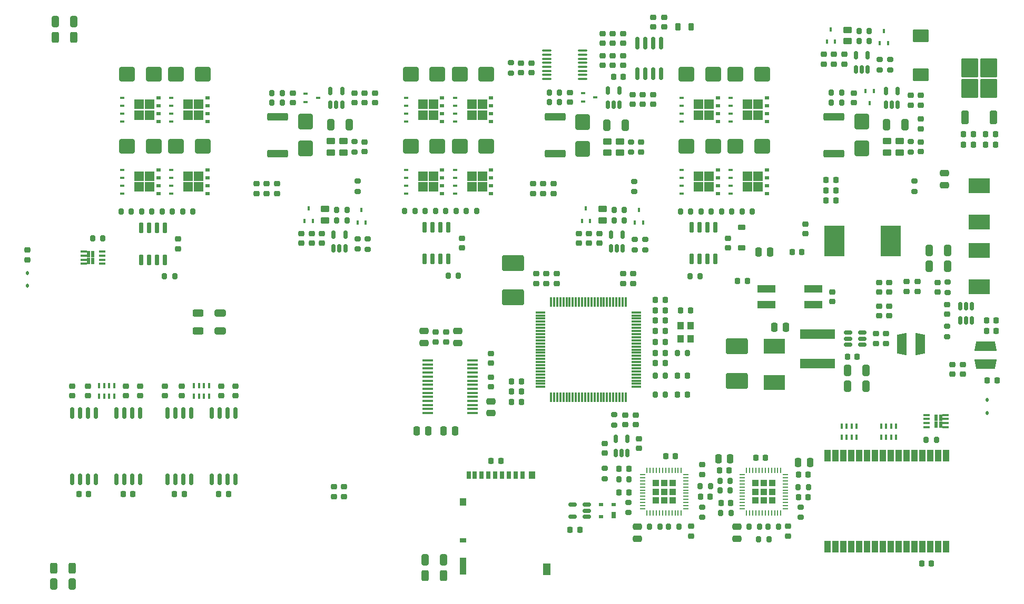
<source format=gtp>
%TF.GenerationSoftware,KiCad,Pcbnew,7.0.1*%
%TF.CreationDate,2023-11-30T10:22:41+01:00*%
%TF.ProjectId,current3x3A_Artiq,63757272-656e-4743-9378-33415f417274,rev?*%
%TF.SameCoordinates,Original*%
%TF.FileFunction,Paste,Top*%
%TF.FilePolarity,Positive*%
%FSLAX46Y46*%
G04 Gerber Fmt 4.6, Leading zero omitted, Abs format (unit mm)*
G04 Created by KiCad (PCBNEW 7.0.1) date 2023-11-30 10:22:41*
%MOMM*%
%LPD*%
G01*
G04 APERTURE LIST*
G04 Aperture macros list*
%AMRoundRect*
0 Rectangle with rounded corners*
0 $1 Rounding radius*
0 $2 $3 $4 $5 $6 $7 $8 $9 X,Y pos of 4 corners*
0 Add a 4 corners polygon primitive as box body*
4,1,4,$2,$3,$4,$5,$6,$7,$8,$9,$2,$3,0*
0 Add four circle primitives for the rounded corners*
1,1,$1+$1,$2,$3*
1,1,$1+$1,$4,$5*
1,1,$1+$1,$6,$7*
1,1,$1+$1,$8,$9*
0 Add four rect primitives between the rounded corners*
20,1,$1+$1,$2,$3,$4,$5,0*
20,1,$1+$1,$4,$5,$6,$7,0*
20,1,$1+$1,$6,$7,$8,$9,0*
20,1,$1+$1,$8,$9,$2,$3,0*%
%AMOutline4P*
0 Free polygon, 4 corners , with rotation*
0 The origin of the aperture is its center*
0 number of corners: always 4*
0 $1 to $8 corner X, Y*
0 $9 Rotation angle, in degrees counterclockwise*
0 create outline with 4 corners*
4,1,4,$1,$2,$3,$4,$5,$6,$7,$8,$1,$2,$9*%
G04 Aperture macros list end*
%ADD10RoundRect,0.225000X0.250000X-0.225000X0.250000X0.225000X-0.250000X0.225000X-0.250000X-0.225000X0*%
%ADD11RoundRect,0.150000X-0.150000X0.750000X-0.150000X-0.750000X0.150000X-0.750000X0.150000X0.750000X0*%
%ADD12RoundRect,0.200000X0.200000X0.275000X-0.200000X0.275000X-0.200000X-0.275000X0.200000X-0.275000X0*%
%ADD13RoundRect,0.218750X0.256250X-0.218750X0.256250X0.218750X-0.256250X0.218750X-0.256250X-0.218750X0*%
%ADD14RoundRect,0.225000X-0.250000X0.225000X-0.250000X-0.225000X0.250000X-0.225000X0.250000X0.225000X0*%
%ADD15RoundRect,0.150000X0.150000X-0.512500X0.150000X0.512500X-0.150000X0.512500X-0.150000X-0.512500X0*%
%ADD16R,3.175000X4.950000*%
%ADD17RoundRect,0.200000X0.275000X-0.200000X0.275000X0.200000X-0.275000X0.200000X-0.275000X-0.200000X0*%
%ADD18RoundRect,0.218750X-0.218750X-0.256250X0.218750X-0.256250X0.218750X0.256250X-0.218750X0.256250X0*%
%ADD19RoundRect,0.225000X-0.225000X-0.250000X0.225000X-0.250000X0.225000X0.250000X-0.225000X0.250000X0*%
%ADD20R,3.429000X2.413000*%
%ADD21RoundRect,0.250000X-0.900000X1.000000X-0.900000X-1.000000X0.900000X-1.000000X0.900000X1.000000X0*%
%ADD22R,3.000000X1.200000*%
%ADD23RoundRect,0.250000X-0.325000X-0.650000X0.325000X-0.650000X0.325000X0.650000X-0.325000X0.650000X0*%
%ADD24RoundRect,0.150000X0.150000X-0.725000X0.150000X0.725000X-0.150000X0.725000X-0.150000X-0.725000X0*%
%ADD25RoundRect,0.250000X0.475000X-0.250000X0.475000X0.250000X-0.475000X0.250000X-0.475000X-0.250000X0*%
%ADD26RoundRect,0.225000X0.225000X0.250000X-0.225000X0.250000X-0.225000X-0.250000X0.225000X-0.250000X0*%
%ADD27RoundRect,0.200000X-0.200000X-0.275000X0.200000X-0.275000X0.200000X0.275000X-0.200000X0.275000X0*%
%ADD28RoundRect,0.112500X-0.112500X0.187500X-0.112500X-0.187500X0.112500X-0.187500X0.112500X0.187500X0*%
%ADD29RoundRect,0.250000X-0.312500X-0.625000X0.312500X-0.625000X0.312500X0.625000X-0.312500X0.625000X0*%
%ADD30R,1.750000X0.450000*%
%ADD31RoundRect,0.225000X-0.375000X0.225000X-0.375000X-0.225000X0.375000X-0.225000X0.375000X0.225000X0*%
%ADD32RoundRect,0.250000X0.325000X0.650000X-0.325000X0.650000X-0.325000X-0.650000X0.325000X-0.650000X0*%
%ADD33RoundRect,0.250000X0.300000X-0.300000X0.300000X0.300000X-0.300000X0.300000X-0.300000X-0.300000X0*%
%ADD34RoundRect,0.062500X0.062500X-0.375000X0.062500X0.375000X-0.062500X0.375000X-0.062500X-0.375000X0*%
%ADD35RoundRect,0.062500X0.375000X-0.062500X0.375000X0.062500X-0.375000X0.062500X-0.375000X-0.062500X0*%
%ADD36RoundRect,0.200000X-0.275000X0.200000X-0.275000X-0.200000X0.275000X-0.200000X0.275000X0.200000X0*%
%ADD37RoundRect,0.250000X1.425000X-0.362500X1.425000X0.362500X-1.425000X0.362500X-1.425000X-0.362500X0*%
%ADD38RoundRect,0.250000X0.250000X0.475000X-0.250000X0.475000X-0.250000X-0.475000X0.250000X-0.475000X0*%
%ADD39RoundRect,0.250000X-0.450000X0.262500X-0.450000X-0.262500X0.450000X-0.262500X0.450000X0.262500X0*%
%ADD40RoundRect,0.100000X0.637500X0.100000X-0.637500X0.100000X-0.637500X-0.100000X0.637500X-0.100000X0*%
%ADD41RoundRect,0.250000X-0.475000X0.250000X-0.475000X-0.250000X0.475000X-0.250000X0.475000X0.250000X0*%
%ADD42R,1.500000X1.500000*%
%ADD43R,0.750000X0.500000*%
%ADD44R,0.750000X0.400000*%
%ADD45RoundRect,0.250000X0.650000X-0.325000X0.650000X0.325000X-0.650000X0.325000X-0.650000X-0.325000X0*%
%ADD46RoundRect,0.250000X1.000000X0.900000X-1.000000X0.900000X-1.000000X-0.900000X1.000000X-0.900000X0*%
%ADD47Outline4P,-1.500000X-0.725000X1.500000X-0.725000X1.800000X0.725000X-1.800000X0.725000X270.000000*%
%ADD48Outline4P,-1.800000X-0.725000X1.800000X-0.725000X1.500000X0.725000X-1.500000X0.725000X270.000000*%
%ADD49RoundRect,0.250000X0.625000X-0.312500X0.625000X0.312500X-0.625000X0.312500X-0.625000X-0.312500X0*%
%ADD50R,0.450000X0.700000*%
%ADD51RoundRect,0.250000X-0.250000X-0.475000X0.250000X-0.475000X0.250000X0.475000X-0.250000X0.475000X0*%
%ADD52R,0.700000X1.000000*%
%ADD53R,0.700000X0.600000*%
%ADD54R,0.700000X1.200000*%
%ADD55R,1.000000X0.800000*%
%ADD56R,1.000000X1.200000*%
%ADD57R,1.000000X2.800000*%
%ADD58R,1.300000X1.900000*%
%ADD59R,1.066800X1.879600*%
%ADD60R,0.400000X0.900000*%
%ADD61RoundRect,0.150000X0.512500X0.150000X-0.512500X0.150000X-0.512500X-0.150000X0.512500X-0.150000X0*%
%ADD62RoundRect,0.250000X-1.025000X0.787500X-1.025000X-0.787500X1.025000X-0.787500X1.025000X0.787500X0*%
%ADD63RoundRect,0.249999X1.500001X-1.025001X1.500001X1.025001X-1.500001X1.025001X-1.500001X-1.025001X0*%
%ADD64RoundRect,0.150000X-0.150000X0.825000X-0.150000X-0.825000X0.150000X-0.825000X0.150000X0.825000X0*%
%ADD65RoundRect,0.250000X0.450000X-0.262500X0.450000X0.262500X-0.450000X0.262500X-0.450000X-0.262500X0*%
%ADD66RoundRect,0.218750X0.218750X0.381250X-0.218750X0.381250X-0.218750X-0.381250X0.218750X-0.381250X0*%
%ADD67R,0.600000X1.000000*%
%ADD68R,1.000000X0.420000*%
%ADD69R,0.990000X0.420000*%
%ADD70RoundRect,0.075000X0.725000X0.075000X-0.725000X0.075000X-0.725000X-0.075000X0.725000X-0.075000X0*%
%ADD71RoundRect,0.075000X0.075000X0.725000X-0.075000X0.725000X-0.075000X-0.725000X0.075000X-0.725000X0*%
%ADD72R,0.700000X0.450000*%
%ADD73R,1.100000X1.300000*%
%ADD74RoundRect,0.250000X0.350000X-0.850000X0.350000X0.850000X-0.350000X0.850000X-0.350000X-0.850000X0*%
%ADD75RoundRect,0.250000X1.125000X-1.275000X1.125000X1.275000X-1.125000X1.275000X-1.125000X-1.275000X0*%
%ADD76Outline4P,-1.500000X-0.725000X1.500000X-0.725000X1.800000X0.725000X-1.800000X0.725000X180.000000*%
%ADD77Outline4P,-1.800000X-0.725000X1.800000X-0.725000X1.500000X0.725000X-1.500000X0.725000X180.000000*%
%ADD78R,5.700000X1.600000*%
%ADD79RoundRect,0.218750X-0.256250X0.218750X-0.256250X-0.218750X0.256250X-0.218750X0.256250X0.218750X0*%
%ADD80RoundRect,0.249999X-1.500001X1.025001X-1.500001X-1.025001X1.500001X-1.025001X1.500001X1.025001X0*%
G04 APERTURE END LIST*
D10*
%TO.C,C93*%
X111760000Y-77610000D03*
X111760000Y-76060000D03*
%TD*%
%TO.C,C121*%
X103886000Y-18047000D03*
X103886000Y-16497000D03*
%TD*%
%TO.C,C4*%
X68961000Y-56274000D03*
X68961000Y-54724000D03*
%TD*%
D11*
%TO.C,U29*%
X14276000Y-67739000D03*
X13006000Y-67739000D03*
X11736000Y-67739000D03*
X10466000Y-67739000D03*
X10466000Y-78389000D03*
X11736000Y-78389000D03*
X13006000Y-78389000D03*
X14276000Y-78389000D03*
%TD*%
D12*
%TO.C,R35*%
X23304000Y-35306000D03*
X21654000Y-35306000D03*
%TD*%
D13*
%TO.C,D32*%
X34469000Y-64961500D03*
X34469000Y-63386500D03*
%TD*%
D14*
%TO.C,C23*%
X84328000Y-11417000D03*
X84328000Y-12967000D03*
%TD*%
D15*
%TO.C,U27*%
X141290000Y-18155500D03*
X142240000Y-18155500D03*
X143190000Y-18155500D03*
X143190000Y-15880500D03*
X141290000Y-15880500D03*
%TD*%
D16*
%TO.C,L9*%
X142048500Y-40005000D03*
X133033500Y-40005000D03*
%TD*%
D10*
%TO.C,C13*%
X103889000Y-5601000D03*
X103889000Y-4051000D03*
%TD*%
D17*
%TO.C,R55*%
X100838000Y-32117000D03*
X100838000Y-30467000D03*
%TD*%
D18*
%TO.C,L2*%
X104241500Y-51181000D03*
X105816500Y-51181000D03*
%TD*%
D14*
%TO.C,C146*%
X95250000Y-38849000D03*
X95250000Y-40399000D03*
%TD*%
D19*
%TO.C,C99*%
X111493000Y-81153000D03*
X113043000Y-81153000D03*
%TD*%
D15*
%TO.C,U8*%
X97856000Y-74162500D03*
X98806000Y-74162500D03*
X99756000Y-74162500D03*
X99756000Y-71887500D03*
X97856000Y-71887500D03*
%TD*%
D20*
%TO.C,L11*%
X156337000Y-31115000D03*
X156337000Y-36957000D03*
%TD*%
D12*
%TO.C,R63*%
X99250000Y-35052000D03*
X97600000Y-35052000D03*
%TD*%
D21*
%TO.C,D19*%
X92583000Y-20887000D03*
X92583000Y-25187000D03*
%TD*%
D22*
%TO.C,L3*%
X129607000Y-50272000D03*
X129607000Y-47772000D03*
X122107000Y-47772000D03*
X122107000Y-50272000D03*
%TD*%
D14*
%TO.C,C33*%
X88392000Y-45326000D03*
X88392000Y-46876000D03*
%TD*%
D17*
%TO.C,R73*%
X145923000Y-32067000D03*
X145923000Y-30417000D03*
%TD*%
D11*
%TO.C,U32*%
X29643000Y-67739000D03*
X28373000Y-67739000D03*
X27103000Y-67739000D03*
X25833000Y-67739000D03*
X25833000Y-78389000D03*
X27103000Y-78389000D03*
X28373000Y-78389000D03*
X29643000Y-78389000D03*
%TD*%
D10*
%TO.C,C83*%
X140175000Y-52106000D03*
X140175000Y-50556000D03*
%TD*%
D19*
%TO.C,C94*%
X127241000Y-81280000D03*
X128791000Y-81280000D03*
%TD*%
D14*
%TO.C,C70*%
X149606000Y-46723000D03*
X149606000Y-48273000D03*
%TD*%
D10*
%TO.C,C54*%
X144653000Y-48146000D03*
X144653000Y-46596000D03*
%TD*%
D23*
%TO.C,C1*%
X7796000Y-4699000D03*
X10746000Y-4699000D03*
%TD*%
D24*
%TO.C,U17*%
X21590000Y-43088000D03*
X22860000Y-43088000D03*
X24130000Y-43088000D03*
X25400000Y-43088000D03*
X25400000Y-37938000D03*
X24130000Y-37938000D03*
X22860000Y-37938000D03*
X21590000Y-37938000D03*
%TD*%
D25*
%TO.C,C3*%
X67056000Y-56449000D03*
X67056000Y-54549000D03*
%TD*%
D19*
%TO.C,C61*%
X157467000Y-52832000D03*
X159017000Y-52832000D03*
%TD*%
D12*
%TO.C,R53*%
X68897000Y-35179000D03*
X67247000Y-35179000D03*
%TD*%
D19*
%TO.C,C30*%
X108318000Y-51181000D03*
X109868000Y-51181000D03*
%TD*%
D26*
%TO.C,C138*%
X133236000Y-30226000D03*
X131686000Y-30226000D03*
%TD*%
D27*
%TO.C,R83*%
X136970000Y-7874000D03*
X138620000Y-7874000D03*
%TD*%
%TO.C,R65*%
X97600000Y-36703000D03*
X99250000Y-36703000D03*
%TD*%
D18*
%TO.C,L6*%
X157581500Y-62484000D03*
X159156500Y-62484000D03*
%TD*%
D19*
%TO.C,C18*%
X97526000Y-13656000D03*
X99076000Y-13656000D03*
%TD*%
D28*
%TO.C,D2*%
X157607000Y-65625000D03*
X157607000Y-67725000D03*
%TD*%
D29*
%TO.C,R1*%
X7808500Y-7239000D03*
X10733500Y-7239000D03*
%TD*%
D30*
%TO.C,U2*%
X74847000Y-67725000D03*
X74847000Y-67075000D03*
X74847000Y-66425000D03*
X74847000Y-65775000D03*
X74847000Y-65125000D03*
X74847000Y-64475000D03*
X74847000Y-63825000D03*
X74847000Y-63175000D03*
X74847000Y-62525000D03*
X74847000Y-61875000D03*
X74847000Y-61225000D03*
X74847000Y-60575000D03*
X74847000Y-59925000D03*
X74847000Y-59275000D03*
X67647000Y-59275000D03*
X67647000Y-59925000D03*
X67647000Y-60575000D03*
X67647000Y-61225000D03*
X67647000Y-61875000D03*
X67647000Y-62525000D03*
X67647000Y-63175000D03*
X67647000Y-63825000D03*
X67647000Y-64475000D03*
X67647000Y-65125000D03*
X67647000Y-65775000D03*
X67647000Y-66425000D03*
X67647000Y-67075000D03*
X67647000Y-67725000D03*
%TD*%
D17*
%TO.C,R38*%
X55880000Y-25717000D03*
X55880000Y-24067000D03*
%TD*%
D26*
%TO.C,C50*%
X79388000Y-75438000D03*
X77838000Y-75438000D03*
%TD*%
D14*
%TO.C,C22*%
X97412000Y-10214000D03*
X97412000Y-11764000D03*
%TD*%
D31*
%TO.C,D3*%
X118110000Y-37847000D03*
X118110000Y-41147000D03*
%TD*%
D17*
%TO.C,R46*%
X56388000Y-41338000D03*
X56388000Y-39688000D03*
%TD*%
D13*
%TO.C,D34*%
X19102000Y-64961500D03*
X19102000Y-63386500D03*
%TD*%
D23*
%TO.C,C124*%
X96442000Y-21386000D03*
X99392000Y-21386000D03*
%TD*%
D32*
%TO.C,C76*%
X151208000Y-44069000D03*
X148258000Y-44069000D03*
%TD*%
D12*
%TO.C,R67*%
X111442000Y-45720000D03*
X109792000Y-45720000D03*
%TD*%
D14*
%TO.C,C56*%
X152019000Y-59944000D03*
X152019000Y-61494000D03*
%TD*%
D33*
%TO.C,U15*%
X104294000Y-81761000D03*
X105664000Y-81761000D03*
X107034000Y-81761000D03*
X104294000Y-80391000D03*
X105664000Y-80391000D03*
X107034000Y-80391000D03*
X104294000Y-79021000D03*
X105664000Y-79021000D03*
X107034000Y-79021000D03*
D34*
X102914000Y-83828500D03*
X103414000Y-83828500D03*
X103914000Y-83828500D03*
X104414000Y-83828500D03*
X104914000Y-83828500D03*
X105414000Y-83828500D03*
X105914000Y-83828500D03*
X106414000Y-83828500D03*
X106914000Y-83828500D03*
X107414000Y-83828500D03*
X107914000Y-83828500D03*
X108414000Y-83828500D03*
D35*
X109101500Y-83141000D03*
X109101500Y-82641000D03*
X109101500Y-82141000D03*
X109101500Y-81641000D03*
X109101500Y-81141000D03*
X109101500Y-80641000D03*
X109101500Y-80141000D03*
X109101500Y-79641000D03*
X109101500Y-79141000D03*
X109101500Y-78641000D03*
X109101500Y-78141000D03*
X109101500Y-77641000D03*
D34*
X108414000Y-76953500D03*
X107914000Y-76953500D03*
X107414000Y-76953500D03*
X106914000Y-76953500D03*
X106414000Y-76953500D03*
X105914000Y-76953500D03*
X105414000Y-76953500D03*
X104914000Y-76953500D03*
X104414000Y-76953500D03*
X103914000Y-76953500D03*
X103414000Y-76953500D03*
X102914000Y-76953500D03*
D35*
X102226500Y-77641000D03*
X102226500Y-78141000D03*
X102226500Y-78641000D03*
X102226500Y-79141000D03*
X102226500Y-79641000D03*
X102226500Y-80141000D03*
X102226500Y-80641000D03*
X102226500Y-81141000D03*
X102226500Y-81641000D03*
X102226500Y-82141000D03*
X102226500Y-82641000D03*
X102226500Y-83141000D03*
%TD*%
D26*
%TO.C,C52*%
X148603000Y-91948000D03*
X147053000Y-91948000D03*
%TD*%
D12*
%TO.C,R23*%
X124015000Y-85979000D03*
X122365000Y-85979000D03*
%TD*%
D14*
%TO.C,C111*%
X45974000Y-16243000D03*
X45974000Y-17793000D03*
%TD*%
D36*
%TO.C,R10*%
X97663000Y-68009000D03*
X97663000Y-69659000D03*
%TD*%
D19*
%TO.C,C66*%
X153784000Y-24511000D03*
X155334000Y-24511000D03*
%TD*%
D12*
%TO.C,R18*%
X122491000Y-88011000D03*
X120841000Y-88011000D03*
%TD*%
D37*
%TO.C,R61*%
X88138000Y-25999500D03*
X88138000Y-20074500D03*
%TD*%
D27*
%TO.C,R51*%
X63945000Y-35179000D03*
X65595000Y-35179000D03*
%TD*%
D38*
%TO.C,C64*%
X122705500Y-41783000D03*
X120805500Y-41783000D03*
%TD*%
D14*
%TO.C,C89*%
X109982000Y-85966000D03*
X109982000Y-87516000D03*
%TD*%
D26*
%TO.C,C65*%
X127775000Y-41783000D03*
X126225000Y-41783000D03*
%TD*%
D39*
%TO.C,R75*%
X143510000Y-23979500D03*
X143510000Y-25804500D03*
%TD*%
D27*
%TO.C,R26*%
X111443000Y-79502000D03*
X113093000Y-79502000D03*
%TD*%
D12*
%TO.C,R29*%
X108013000Y-85979000D03*
X106363000Y-85979000D03*
%TD*%
D26*
%TO.C,C97*%
X99962000Y-76708000D03*
X98412000Y-76708000D03*
%TD*%
D40*
%TO.C,U4*%
X92524500Y-13959000D03*
X92524500Y-13309000D03*
X92524500Y-12659000D03*
X92524500Y-12009000D03*
X92524500Y-11359000D03*
X92524500Y-10709000D03*
X92524500Y-10059000D03*
X92524500Y-9409000D03*
X86799500Y-9409000D03*
X86799500Y-10059000D03*
X86799500Y-10709000D03*
X86799500Y-11359000D03*
X86799500Y-12009000D03*
X86799500Y-12659000D03*
X86799500Y-13309000D03*
X86799500Y-13959000D03*
%TD*%
D41*
%TO.C,C100*%
X117348000Y-86045000D03*
X117348000Y-87945000D03*
%TD*%
D14*
%TO.C,C129*%
X115951000Y-39611000D03*
X115951000Y-41161000D03*
%TD*%
D12*
%TO.C,R70*%
X119824000Y-35306000D03*
X118174000Y-35306000D03*
%TD*%
D39*
%TO.C,R58*%
X96520000Y-24029500D03*
X96520000Y-25854500D03*
%TD*%
D23*
%TO.C,C77*%
X135177000Y-63373000D03*
X138127000Y-63373000D03*
%TD*%
D26*
%TO.C,C36*%
X105804000Y-49530000D03*
X104254000Y-49530000D03*
%TD*%
D14*
%TO.C,C49*%
X101600000Y-71869000D03*
X101600000Y-73419000D03*
%TD*%
D12*
%TO.C,R45*%
X54673000Y-35052000D03*
X53023000Y-35052000D03*
%TD*%
D14*
%TO.C,C135*%
X136144000Y-16243000D03*
X136144000Y-17793000D03*
%TD*%
D41*
%TO.C,C8*%
X72517000Y-54549000D03*
X72517000Y-56449000D03*
%TD*%
D12*
%TO.C,R25*%
X100012000Y-78359000D03*
X98362000Y-78359000D03*
%TD*%
D14*
%TO.C,C62*%
X139700000Y-54978000D03*
X139700000Y-56528000D03*
%TD*%
D29*
%TO.C,R32*%
X67244500Y-93853000D03*
X70169500Y-93853000D03*
%TD*%
D42*
%TO.C,T2*%
X21263000Y-29630000D03*
X21263000Y-31330000D03*
X22963000Y-29630000D03*
X22963000Y-31330000D03*
D43*
X24368000Y-28575000D03*
X24368000Y-29845000D03*
X24368000Y-31115000D03*
X24368000Y-32385000D03*
D44*
X18563000Y-28575000D03*
X18563000Y-29845000D03*
X18563000Y-31115000D03*
X18563000Y-32385000D03*
%TD*%
D14*
%TO.C,C106*%
X27559000Y-39747500D03*
X27559000Y-41297500D03*
%TD*%
D10*
%TO.C,C85*%
X141826000Y-52106000D03*
X141826000Y-50556000D03*
%TD*%
D17*
%TO.C,R7*%
X81026000Y-13017000D03*
X81026000Y-11367000D03*
%TD*%
D27*
%TO.C,R31*%
X25337000Y-45729500D03*
X26987000Y-45729500D03*
%TD*%
D38*
%TO.C,C101*%
X116266000Y-75057000D03*
X114366000Y-75057000D03*
%TD*%
D45*
%TO.C,C37*%
X34290000Y-54561000D03*
X34290000Y-51611000D03*
%TD*%
D19*
%TO.C,C72*%
X157340000Y-22860000D03*
X158890000Y-22860000D03*
%TD*%
D10*
%TO.C,C130*%
X146939000Y-18174000D03*
X146939000Y-16624000D03*
%TD*%
%TO.C,C107*%
X55880000Y-17793000D03*
X55880000Y-16243000D03*
%TD*%
%TO.C,C105*%
X57531000Y-17793000D03*
X57531000Y-16243000D03*
%TD*%
D19*
%TO.C,C90*%
X107810000Y-61722000D03*
X109360000Y-61722000D03*
%TD*%
D12*
%TO.C,R81*%
X138620000Y-6223000D03*
X136970000Y-6223000D03*
%TD*%
D46*
%TO.C,D22*%
X121403000Y-24765000D03*
X117103000Y-24765000D03*
%TD*%
D26*
%TO.C,C137*%
X133236000Y-31877000D03*
X131686000Y-31877000D03*
%TD*%
D14*
%TO.C,C79*%
X141826000Y-46746000D03*
X141826000Y-48296000D03*
%TD*%
%TO.C,C42*%
X99441000Y-68059000D03*
X99441000Y-69609000D03*
%TD*%
%TO.C,C25*%
X82677000Y-11417000D03*
X82677000Y-12967000D03*
%TD*%
D47*
%TO.C,L5*%
X143862000Y-56642000D03*
D48*
X146812000Y-56642000D03*
%TD*%
D36*
%TO.C,R37*%
X56388000Y-30417000D03*
X56388000Y-32067000D03*
%TD*%
D41*
%TO.C,C10*%
X77851000Y-65852000D03*
X77851000Y-67752000D03*
%TD*%
D15*
%TO.C,U19*%
X52009000Y-18155500D03*
X52959000Y-18155500D03*
X53909000Y-18155500D03*
X53909000Y-15880500D03*
X52009000Y-15880500D03*
%TD*%
D36*
%TO.C,R62*%
X102616000Y-39815000D03*
X102616000Y-41465000D03*
%TD*%
D10*
%TO.C,C110*%
X57531000Y-25667000D03*
X57531000Y-24117000D03*
%TD*%
D46*
%TO.C,D9*%
X31487000Y-13208000D03*
X27187000Y-13208000D03*
%TD*%
D19*
%TO.C,C38*%
X104254000Y-59690000D03*
X105804000Y-59690000D03*
%TD*%
D49*
%TO.C,R3*%
X30734000Y-54548500D03*
X30734000Y-51623500D03*
%TD*%
D26*
%TO.C,C74*%
X158890000Y-24511000D03*
X157340000Y-24511000D03*
%TD*%
D42*
%TO.C,T7*%
X74730000Y-18073000D03*
X74730000Y-19773000D03*
X76430000Y-18073000D03*
X76430000Y-19773000D03*
D43*
X77835000Y-17018000D03*
X77835000Y-18288000D03*
X77835000Y-19558000D03*
X77835000Y-20828000D03*
D44*
X72030000Y-17018000D03*
X72030000Y-18288000D03*
X72030000Y-19558000D03*
X72030000Y-20828000D03*
%TD*%
D23*
%TO.C,C2*%
X7542000Y-95250000D03*
X10492000Y-95250000D03*
%TD*%
D14*
%TO.C,C71*%
X128397000Y-37325000D03*
X128397000Y-38875000D03*
%TD*%
D50*
%TO.C,D24*%
X139334000Y-15891000D03*
X138034000Y-15891000D03*
X138684000Y-17891000D03*
%TD*%
D10*
%TO.C,C148*%
X132969000Y-11570000D03*
X132969000Y-10020000D03*
%TD*%
D26*
%TO.C,C67*%
X155334000Y-22860000D03*
X153784000Y-22860000D03*
%TD*%
D12*
%TO.C,R77*%
X134175000Y-17780000D03*
X132525000Y-17780000D03*
%TD*%
D51*
%TO.C,C102*%
X127193000Y-75692000D03*
X129093000Y-75692000D03*
%TD*%
D27*
%TO.C,R54*%
X70549000Y-35179000D03*
X72199000Y-35179000D03*
%TD*%
D14*
%TO.C,C60*%
X141351000Y-54978000D03*
X141351000Y-56528000D03*
%TD*%
D27*
%TO.C,R11*%
X147765000Y-72009000D03*
X149415000Y-72009000D03*
%TD*%
D10*
%TO.C,C17*%
X95761000Y-8208000D03*
X95761000Y-6658000D03*
%TD*%
%TO.C,C55*%
X132715000Y-49797000D03*
X132715000Y-48247000D03*
%TD*%
D14*
%TO.C,C125*%
X84582000Y-30848000D03*
X84582000Y-32398000D03*
%TD*%
D52*
%TO.C,D5*%
X97520000Y-84189000D03*
D53*
X97520000Y-82489000D03*
X95520000Y-82489000D03*
X95520000Y-84389000D03*
%TD*%
D26*
%TO.C,C143*%
X28513000Y-80811000D03*
X26963000Y-80811000D03*
%TD*%
D14*
%TO.C,C123*%
X90551000Y-16166000D03*
X90551000Y-17716000D03*
%TD*%
D13*
%TO.C,D31*%
X13006000Y-64961500D03*
X13006000Y-63386500D03*
%TD*%
D14*
%TO.C,C118*%
X50673000Y-38849000D03*
X50673000Y-40399000D03*
%TD*%
D50*
%TO.C,D12*%
X56373000Y-37068000D03*
X57673000Y-37068000D03*
X57023000Y-35068000D03*
%TD*%
D26*
%TO.C,C139*%
X133236000Y-33528000D03*
X131686000Y-33528000D03*
%TD*%
D50*
%TO.C,D29*%
X131811000Y-7985000D03*
X133111000Y-7985000D03*
X132461000Y-5985000D03*
%TD*%
D12*
%TO.C,R78*%
X134175000Y-16129000D03*
X132525000Y-16129000D03*
%TD*%
D10*
%TO.C,C7*%
X70612000Y-56274000D03*
X70612000Y-54724000D03*
%TD*%
%TO.C,C24*%
X99063000Y-8208000D03*
X99063000Y-6658000D03*
%TD*%
%TO.C,C122*%
X101981000Y-25717000D03*
X101981000Y-24167000D03*
%TD*%
D42*
%TO.C,T9*%
X119053000Y-29630000D03*
X119053000Y-31330000D03*
X120753000Y-29630000D03*
X120753000Y-31330000D03*
D43*
X122158000Y-28575000D03*
X122158000Y-29845000D03*
X122158000Y-31115000D03*
X122158000Y-32385000D03*
D44*
X116353000Y-28575000D03*
X116353000Y-29845000D03*
X116353000Y-31115000D03*
X116353000Y-32385000D03*
%TD*%
D36*
%TO.C,R80*%
X141986000Y-10859000D03*
X141986000Y-12509000D03*
%TD*%
D14*
%TO.C,C26*%
X95761000Y-10214000D03*
X95761000Y-11764000D03*
%TD*%
D54*
%TO.C,SD1*%
X82912000Y-77746000D03*
X81812000Y-77746000D03*
X80712000Y-77746000D03*
X79612000Y-77746000D03*
X78512000Y-77746000D03*
X77412000Y-77746000D03*
X76312000Y-77746000D03*
X75212000Y-77746000D03*
X74262000Y-77746000D03*
D55*
X73312000Y-88246000D03*
D56*
X73312000Y-82046000D03*
D57*
X73312000Y-92396000D03*
D56*
X84462000Y-77746000D03*
D58*
X86812000Y-92846000D03*
%TD*%
D10*
%TO.C,C44*%
X96139000Y-74168000D03*
X96139000Y-72618000D03*
%TD*%
D14*
%TO.C,C115*%
X41783000Y-30848000D03*
X41783000Y-32398000D03*
%TD*%
D46*
%TO.C,D17*%
X77080000Y-13208000D03*
X72780000Y-13208000D03*
%TD*%
D26*
%TO.C,C142*%
X20258000Y-80811000D03*
X18708000Y-80811000D03*
%TD*%
D42*
%TO.C,T4*%
X21248000Y-18073000D03*
X21248000Y-19773000D03*
X22948000Y-18073000D03*
X22948000Y-19773000D03*
D43*
X24353000Y-17018000D03*
X24353000Y-18288000D03*
X24353000Y-19558000D03*
X24353000Y-20828000D03*
D44*
X18548000Y-17018000D03*
X18548000Y-18288000D03*
X18548000Y-19558000D03*
X18548000Y-20828000D03*
%TD*%
D10*
%TO.C,C5*%
X77851000Y-63513000D03*
X77851000Y-61963000D03*
%TD*%
D59*
%TO.C,U7*%
X151003000Y-74594974D03*
X149733000Y-74594974D03*
X148463000Y-74594974D03*
X147193000Y-74594974D03*
X145923000Y-74594974D03*
X144653000Y-74594974D03*
X143383000Y-74594974D03*
X142113000Y-74594974D03*
X140843000Y-74594974D03*
X139573000Y-74594974D03*
X138303000Y-74594974D03*
X137033000Y-74594974D03*
X135763000Y-74594974D03*
X134493000Y-74594974D03*
X133223000Y-74594974D03*
X131953000Y-74594974D03*
X131953000Y-89235026D03*
X133223000Y-89235026D03*
X134493000Y-89235026D03*
X135763000Y-89235026D03*
X137033000Y-89235026D03*
X138303000Y-89235026D03*
X139573000Y-89235026D03*
X140843000Y-89235026D03*
X142113000Y-89235026D03*
X143383000Y-89235026D03*
X144653000Y-89235026D03*
X145923000Y-89235026D03*
X147193000Y-89235026D03*
X148463000Y-89235026D03*
X149733000Y-89235026D03*
X151003000Y-89235026D03*
%TD*%
D26*
%TO.C,C28*%
X105804000Y-54483000D03*
X104254000Y-54483000D03*
%TD*%
D51*
%TO.C,C11*%
X70170000Y-70612000D03*
X72070000Y-70612000D03*
%TD*%
D19*
%TO.C,C59*%
X157467000Y-54483000D03*
X159017000Y-54483000D03*
%TD*%
D60*
%TO.C,RN4*%
X32494000Y-63324000D03*
X31694000Y-63324000D03*
X30894000Y-63324000D03*
X30094000Y-63324000D03*
X30094000Y-65024000D03*
X30894000Y-65024000D03*
X31694000Y-65024000D03*
X32494000Y-65024000D03*
%TD*%
D10*
%TO.C,C145*%
X93599000Y-40399000D03*
X93599000Y-38849000D03*
%TD*%
D12*
%TO.C,R8*%
X109410000Y-58039000D03*
X107760000Y-58039000D03*
%TD*%
D37*
%TO.C,R43*%
X43561000Y-25949500D03*
X43561000Y-20024500D03*
%TD*%
D15*
%TO.C,U10*%
X153228000Y-52826500D03*
X154178000Y-52826500D03*
X155128000Y-52826500D03*
X155128000Y-50551500D03*
X154178000Y-50551500D03*
X153228000Y-50551500D03*
%TD*%
D19*
%TO.C,C58*%
X117462000Y-46482000D03*
X119012000Y-46482000D03*
%TD*%
D26*
%TO.C,C141*%
X13146000Y-80811000D03*
X11596000Y-80811000D03*
%TD*%
D39*
%TO.C,R76*%
X141478000Y-23979500D03*
X141478000Y-25804500D03*
%TD*%
D60*
%TO.C,RN3*%
X17254000Y-63324000D03*
X16454000Y-63324000D03*
X15654000Y-63324000D03*
X14854000Y-63324000D03*
X14854000Y-65024000D03*
X15654000Y-65024000D03*
X16454000Y-65024000D03*
X17254000Y-65024000D03*
%TD*%
D36*
%TO.C,R44*%
X57988200Y-39713400D03*
X57988200Y-41363400D03*
%TD*%
D10*
%TO.C,C39*%
X99060000Y-46876000D03*
X99060000Y-45326000D03*
%TD*%
D12*
%TO.C,R41*%
X44259000Y-17780000D03*
X42609000Y-17780000D03*
%TD*%
D23*
%TO.C,C136*%
X141400000Y-21336000D03*
X144350000Y-21336000D03*
%TD*%
D51*
%TO.C,C82*%
X123357600Y-53898800D03*
X125257600Y-53898800D03*
%TD*%
D14*
%TO.C,C114*%
X43434000Y-30848000D03*
X43434000Y-32398000D03*
%TD*%
D12*
%TO.C,R34*%
X29908000Y-35306000D03*
X28258000Y-35306000D03*
%TD*%
D28*
%TO.C,D4*%
X3302000Y-45178000D03*
X3302000Y-47278000D03*
%TD*%
D11*
%TO.C,U31*%
X21388000Y-67739000D03*
X20118000Y-67739000D03*
X18848000Y-67739000D03*
X17578000Y-67739000D03*
X17578000Y-78389000D03*
X18848000Y-78389000D03*
X20118000Y-78389000D03*
X21388000Y-78389000D03*
%TD*%
D46*
%TO.C,D23*%
X113529000Y-24765000D03*
X109229000Y-24765000D03*
%TD*%
D26*
%TO.C,C98*%
X121933000Y-74930000D03*
X120383000Y-74930000D03*
%TD*%
D50*
%TO.C,D20*%
X100950000Y-37068000D03*
X102250000Y-37068000D03*
X101600000Y-35068000D03*
%TD*%
D10*
%TO.C,C40*%
X86741000Y-46876000D03*
X86741000Y-45326000D03*
%TD*%
D36*
%TO.C,R56*%
X100330000Y-24117000D03*
X100330000Y-25767000D03*
%TD*%
D26*
%TO.C,C144*%
X35625000Y-80811000D03*
X34075000Y-80811000D03*
%TD*%
%TO.C,C69*%
X136665000Y-58674000D03*
X135115000Y-58674000D03*
%TD*%
D27*
%TO.C,R36*%
X24956000Y-35315500D03*
X26606000Y-35315500D03*
%TD*%
D19*
%TO.C,C91*%
X107810000Y-64770000D03*
X109360000Y-64770000D03*
%TD*%
D10*
%TO.C,C57*%
X146431000Y-48146000D03*
X146431000Y-46596000D03*
%TD*%
D19*
%TO.C,C35*%
X81140000Y-62611000D03*
X82690000Y-62611000D03*
%TD*%
D60*
%TO.C,RN1*%
X134182000Y-71589000D03*
X134982000Y-71589000D03*
X135782000Y-71589000D03*
X136582000Y-71589000D03*
X136582000Y-69889000D03*
X135782000Y-69889000D03*
X134982000Y-69889000D03*
X134182000Y-69889000D03*
%TD*%
D10*
%TO.C,C12*%
X105664000Y-5588000D03*
X105664000Y-4038000D03*
%TD*%
D14*
%TO.C,C117*%
X73152000Y-39611000D03*
X73152000Y-41161000D03*
%TD*%
D12*
%TO.C,R19*%
X116268000Y-80137000D03*
X114618000Y-80137000D03*
%TD*%
D27*
%TO.C,R16*%
X104204000Y-64770000D03*
X105854000Y-64770000D03*
%TD*%
D36*
%TO.C,R12*%
X151130000Y-53785000D03*
X151130000Y-55435000D03*
%TD*%
D12*
%TO.C,R71*%
X113220000Y-35306000D03*
X111570000Y-35306000D03*
%TD*%
D61*
%TO.C,U16*%
X93212500Y-84389000D03*
X93212500Y-83439000D03*
X93212500Y-82489000D03*
X90937500Y-82489000D03*
X90937500Y-84389000D03*
%TD*%
D23*
%TO.C,C112*%
X52119000Y-21336000D03*
X55069000Y-21336000D03*
%TD*%
D12*
%TO.C,R52*%
X75501000Y-35179000D03*
X73851000Y-35179000D03*
%TD*%
D13*
%TO.C,D36*%
X25400000Y-64961500D03*
X25400000Y-63386500D03*
%TD*%
D42*
%TO.C,T10*%
X111179000Y-29630000D03*
X111179000Y-31330000D03*
X112879000Y-29630000D03*
X112879000Y-31330000D03*
D43*
X114284000Y-28575000D03*
X114284000Y-29845000D03*
X114284000Y-31115000D03*
X114284000Y-32385000D03*
D44*
X108479000Y-28575000D03*
X108479000Y-29845000D03*
X108479000Y-31115000D03*
X108479000Y-32385000D03*
%TD*%
D46*
%TO.C,D16*%
X69206000Y-24765000D03*
X64906000Y-24765000D03*
%TD*%
D62*
%TO.C,C15*%
X146939000Y-7047500D03*
X146939000Y-13272500D03*
%TD*%
D36*
%TO.C,R9*%
X96139000Y-76645000D03*
X96139000Y-78295000D03*
%TD*%
D21*
%TO.C,D27*%
X137414000Y-20837000D03*
X137414000Y-25137000D03*
%TD*%
D46*
%TO.C,D10*%
X23613000Y-13208000D03*
X19313000Y-13208000D03*
%TD*%
D24*
%TO.C,U21*%
X67183000Y-42961000D03*
X68453000Y-42961000D03*
X69723000Y-42961000D03*
X70993000Y-42961000D03*
X70993000Y-37811000D03*
X69723000Y-37811000D03*
X68453000Y-37811000D03*
X67183000Y-37811000D03*
%TD*%
D15*
%TO.C,U26*%
X136464000Y-12440500D03*
X137414000Y-12440500D03*
X138364000Y-12440500D03*
X138364000Y-10165500D03*
X136464000Y-10165500D03*
%TD*%
D12*
%TO.C,R14*%
X15430000Y-39624000D03*
X13780000Y-39624000D03*
%TD*%
D27*
%TO.C,R33*%
X18352000Y-35306000D03*
X20002000Y-35306000D03*
%TD*%
D46*
%TO.C,D18*%
X69206000Y-13208000D03*
X64906000Y-13208000D03*
%TD*%
D36*
%TO.C,R74*%
X145288000Y-24067000D03*
X145288000Y-25717000D03*
%TD*%
D27*
%TO.C,R72*%
X114872000Y-35306000D03*
X116522000Y-35306000D03*
%TD*%
D46*
%TO.C,D26*%
X113529000Y-13208000D03*
X109229000Y-13208000D03*
%TD*%
D20*
%TO.C,L8*%
X156337000Y-41529000D03*
X156337000Y-47371000D03*
%TD*%
D42*
%TO.C,T1*%
X29137000Y-29630000D03*
X29137000Y-31330000D03*
X30837000Y-29630000D03*
X30837000Y-31330000D03*
D43*
X32242000Y-28575000D03*
X32242000Y-29845000D03*
X32242000Y-31115000D03*
X32242000Y-32385000D03*
D44*
X26437000Y-28575000D03*
X26437000Y-29845000D03*
X26437000Y-31115000D03*
X26437000Y-32385000D03*
%TD*%
D14*
%TO.C,C149*%
X134620000Y-10020000D03*
X134620000Y-11570000D03*
%TD*%
D63*
%TO.C,C51*%
X81407000Y-49130000D03*
X81407000Y-43580000D03*
%TD*%
D64*
%TO.C,U3*%
X105156000Y-8193000D03*
X103886000Y-8193000D03*
X102616000Y-8193000D03*
X101346000Y-8193000D03*
X101346000Y-13143000D03*
X102616000Y-13143000D03*
X103886000Y-13143000D03*
X105156000Y-13143000D03*
%TD*%
D65*
%TO.C,R66*%
X95758000Y-36726500D03*
X95758000Y-34901500D03*
%TD*%
D26*
%TO.C,C14*%
X116358000Y-82169000D03*
X114808000Y-82169000D03*
%TD*%
D10*
%TO.C,C119*%
X102235000Y-18047000D03*
X102235000Y-16497000D03*
%TD*%
D14*
%TO.C,C133*%
X146939000Y-20434000D03*
X146939000Y-21984000D03*
%TD*%
D10*
%TO.C,C46*%
X85090000Y-46876000D03*
X85090000Y-45326000D03*
%TD*%
D38*
%TO.C,C9*%
X67752000Y-70612000D03*
X65852000Y-70612000D03*
%TD*%
D14*
%TO.C,C19*%
X99063000Y-10214000D03*
X99063000Y-11764000D03*
%TD*%
D26*
%TO.C,C88*%
X116091000Y-76962000D03*
X114541000Y-76962000D03*
%TD*%
D10*
%TO.C,C29*%
X52578000Y-81166000D03*
X52578000Y-79616000D03*
%TD*%
D27*
%TO.C,R20*%
X127191000Y-79629000D03*
X128841000Y-79629000D03*
%TD*%
D14*
%TO.C,C131*%
X91948000Y-38849000D03*
X91948000Y-40399000D03*
%TD*%
D50*
%TO.C,D28*%
X140320000Y-8239000D03*
X141620000Y-8239000D03*
X140970000Y-6239000D03*
%TD*%
D14*
%TO.C,C43*%
X101092000Y-68059000D03*
X101092000Y-69609000D03*
%TD*%
D27*
%TO.C,R69*%
X108268000Y-35306000D03*
X109918000Y-35306000D03*
%TD*%
D10*
%TO.C,C27*%
X54229000Y-81166000D03*
X54229000Y-79616000D03*
%TD*%
D66*
%TO.C,L1*%
X110028500Y-5588000D03*
X107903500Y-5588000D03*
%TD*%
D20*
%TO.C,L10*%
X123342400Y-56972200D03*
X123342400Y-62814200D03*
%TD*%
D17*
%TO.C,R27*%
X99949000Y-83756000D03*
X99949000Y-82106000D03*
%TD*%
D36*
%TO.C,R13*%
X151257000Y-46673000D03*
X151257000Y-48323000D03*
%TD*%
D29*
%TO.C,R2*%
X7554500Y-92710000D03*
X10479500Y-92710000D03*
%TD*%
D67*
%TO.C,T15*%
X13847000Y-43293000D03*
X13847000Y-42163000D03*
X13137000Y-43293000D03*
X13137000Y-42163000D03*
D68*
X12367000Y-43703000D03*
X12367000Y-43053000D03*
X12367000Y-42403000D03*
X12367000Y-41753000D03*
D69*
X15367000Y-43703000D03*
D68*
X15367000Y-43053000D03*
X15367000Y-42403000D03*
X15367000Y-41753000D03*
%TD*%
D26*
%TO.C,C41*%
X82690000Y-64262000D03*
X81140000Y-64262000D03*
%TD*%
D27*
%TO.C,R49*%
X70930000Y-45593000D03*
X72580000Y-45593000D03*
%TD*%
D13*
%TO.C,D33*%
X36755000Y-64961500D03*
X36755000Y-63386500D03*
%TD*%
D41*
%TO.C,C103*%
X101346000Y-86045000D03*
X101346000Y-87945000D03*
%TD*%
D10*
%TO.C,C108*%
X49022000Y-40399000D03*
X49022000Y-38849000D03*
%TD*%
D70*
%TO.C,U6*%
X101147000Y-63531000D03*
X101147000Y-63031000D03*
X101147000Y-62531000D03*
X101147000Y-62031000D03*
X101147000Y-61531000D03*
X101147000Y-61031000D03*
X101147000Y-60531000D03*
X101147000Y-60031000D03*
X101147000Y-59531000D03*
X101147000Y-59031000D03*
X101147000Y-58531000D03*
X101147000Y-58031000D03*
X101147000Y-57531000D03*
X101147000Y-57031000D03*
X101147000Y-56531000D03*
X101147000Y-56031000D03*
X101147000Y-55531000D03*
X101147000Y-55031000D03*
X101147000Y-54531000D03*
X101147000Y-54031000D03*
X101147000Y-53531000D03*
X101147000Y-53031000D03*
X101147000Y-52531000D03*
X101147000Y-52031000D03*
X101147000Y-51531000D03*
D71*
X99472000Y-49856000D03*
X98972000Y-49856000D03*
X98472000Y-49856000D03*
X97972000Y-49856000D03*
X97472000Y-49856000D03*
X96972000Y-49856000D03*
X96472000Y-49856000D03*
X95972000Y-49856000D03*
X95472000Y-49856000D03*
X94972000Y-49856000D03*
X94472000Y-49856000D03*
X93972000Y-49856000D03*
X93472000Y-49856000D03*
X92972000Y-49856000D03*
X92472000Y-49856000D03*
X91972000Y-49856000D03*
X91472000Y-49856000D03*
X90972000Y-49856000D03*
X90472000Y-49856000D03*
X89972000Y-49856000D03*
X89472000Y-49856000D03*
X88972000Y-49856000D03*
X88472000Y-49856000D03*
X87972000Y-49856000D03*
X87472000Y-49856000D03*
D70*
X85797000Y-51531000D03*
X85797000Y-52031000D03*
X85797000Y-52531000D03*
X85797000Y-53031000D03*
X85797000Y-53531000D03*
X85797000Y-54031000D03*
X85797000Y-54531000D03*
X85797000Y-55031000D03*
X85797000Y-55531000D03*
X85797000Y-56031000D03*
X85797000Y-56531000D03*
X85797000Y-57031000D03*
X85797000Y-57531000D03*
X85797000Y-58031000D03*
X85797000Y-58531000D03*
X85797000Y-59031000D03*
X85797000Y-59531000D03*
X85797000Y-60031000D03*
X85797000Y-60531000D03*
X85797000Y-61031000D03*
X85797000Y-61531000D03*
X85797000Y-62031000D03*
X85797000Y-62531000D03*
X85797000Y-63031000D03*
X85797000Y-63531000D03*
D71*
X87472000Y-65206000D03*
X87972000Y-65206000D03*
X88472000Y-65206000D03*
X88972000Y-65206000D03*
X89472000Y-65206000D03*
X89972000Y-65206000D03*
X90472000Y-65206000D03*
X90972000Y-65206000D03*
X91472000Y-65206000D03*
X91972000Y-65206000D03*
X92472000Y-65206000D03*
X92972000Y-65206000D03*
X93472000Y-65206000D03*
X93972000Y-65206000D03*
X94472000Y-65206000D03*
X94972000Y-65206000D03*
X95472000Y-65206000D03*
X95972000Y-65206000D03*
X96472000Y-65206000D03*
X96972000Y-65206000D03*
X97472000Y-65206000D03*
X97972000Y-65206000D03*
X98472000Y-65206000D03*
X98972000Y-65206000D03*
X99472000Y-65206000D03*
%TD*%
D14*
%TO.C,C113*%
X40132000Y-30848000D03*
X40132000Y-32398000D03*
%TD*%
D27*
%TO.C,R15*%
X104204000Y-61722000D03*
X105854000Y-61722000D03*
%TD*%
D13*
%TO.C,D35*%
X21388000Y-64961500D03*
X21388000Y-63386500D03*
%TD*%
D36*
%TO.C,R30*%
X111760000Y-82868000D03*
X111760000Y-84518000D03*
%TD*%
D42*
%TO.C,T3*%
X29137000Y-18073000D03*
X29137000Y-19773000D03*
X30837000Y-18073000D03*
X30837000Y-19773000D03*
D43*
X32242000Y-17018000D03*
X32242000Y-18288000D03*
X32242000Y-19558000D03*
X32242000Y-20828000D03*
D44*
X26437000Y-17018000D03*
X26437000Y-18288000D03*
X26437000Y-19558000D03*
X26437000Y-20828000D03*
%TD*%
D12*
%TO.C,R59*%
X88836000Y-17703000D03*
X87186000Y-17703000D03*
%TD*%
D50*
%TO.C,D13*%
X47864000Y-36814000D03*
X49164000Y-36814000D03*
X48514000Y-34814000D03*
%TD*%
D46*
%TO.C,D25*%
X121403000Y-13208000D03*
X117103000Y-13208000D03*
%TD*%
D12*
%TO.C,R22*%
X120955000Y-85979000D03*
X119305000Y-85979000D03*
%TD*%
%TO.C,R60*%
X88836000Y-16179000D03*
X87186000Y-16179000D03*
%TD*%
D39*
%TO.C,R57*%
X98552000Y-24029500D03*
X98552000Y-25854500D03*
%TD*%
D72*
%TO.C,D14*%
X92599000Y-16291000D03*
X92599000Y-17591000D03*
X94599000Y-16941000D03*
%TD*%
D23*
%TO.C,C20*%
X67232000Y-91313000D03*
X70182000Y-91313000D03*
%TD*%
D73*
%TO.C,X1*%
X108268000Y-53687000D03*
X108268000Y-55787000D03*
X109918000Y-55787000D03*
X109918000Y-53687000D03*
%TD*%
D15*
%TO.C,U22*%
X97094000Y-41269500D03*
X98044000Y-41269500D03*
X98994000Y-41269500D03*
X98994000Y-38994500D03*
X97094000Y-38994500D03*
%TD*%
D46*
%TO.C,D6*%
X31487000Y-24765000D03*
X27187000Y-24765000D03*
%TD*%
D10*
%TO.C,C45*%
X100711000Y-46876000D03*
X100711000Y-45326000D03*
%TD*%
D15*
%TO.C,U18*%
X52517000Y-41269500D03*
X53467000Y-41269500D03*
X54417000Y-41269500D03*
X54417000Y-38994500D03*
X52517000Y-38994500D03*
%TD*%
D26*
%TO.C,C34*%
X105804000Y-56261000D03*
X104254000Y-56261000D03*
%TD*%
D61*
%TO.C,U11*%
X137535500Y-56703000D03*
X137535500Y-55753000D03*
X137535500Y-54803000D03*
X135260500Y-54803000D03*
X135260500Y-55753000D03*
X135260500Y-56703000D03*
%TD*%
D60*
%TO.C,RN2*%
X140532000Y-71589000D03*
X141332000Y-71589000D03*
X142132000Y-71589000D03*
X142932000Y-71589000D03*
X142932000Y-69889000D03*
X142132000Y-69889000D03*
X141332000Y-69889000D03*
X140532000Y-69889000D03*
%TD*%
D19*
%TO.C,C104*%
X90538000Y-86487000D03*
X92088000Y-86487000D03*
%TD*%
D23*
%TO.C,C73*%
X135177000Y-60833000D03*
X138127000Y-60833000D03*
%TD*%
D19*
%TO.C,C96*%
X127241000Y-77597000D03*
X128791000Y-77597000D03*
%TD*%
D67*
%TO.C,T14*%
X149396000Y-68452000D03*
X149396000Y-69582000D03*
X150106000Y-68452000D03*
X150106000Y-69582000D03*
D68*
X150876000Y-68042000D03*
X150876000Y-68692000D03*
X150876000Y-69342000D03*
X150876000Y-69992000D03*
D69*
X147876000Y-68042000D03*
D68*
X147876000Y-68692000D03*
X147876000Y-69342000D03*
X147876000Y-69992000D03*
%TD*%
D14*
%TO.C,C147*%
X131318000Y-10020000D03*
X131318000Y-11570000D03*
%TD*%
D74*
%TO.C,U12*%
X154057000Y-20153000D03*
D75*
X154812000Y-15528000D03*
X157862000Y-15528000D03*
X154812000Y-12178000D03*
X157862000Y-12178000D03*
D74*
X158617000Y-20153000D03*
%TD*%
D19*
%TO.C,C31*%
X104254000Y-52832000D03*
X105804000Y-52832000D03*
%TD*%
D26*
%TO.C,C47*%
X82690000Y-65913000D03*
X81140000Y-65913000D03*
%TD*%
D76*
%TO.C,L4*%
X157353000Y-56945000D03*
D77*
X157353000Y-59895000D03*
%TD*%
D39*
%TO.C,R40*%
X52070000Y-23979500D03*
X52070000Y-25804500D03*
%TD*%
D50*
%TO.C,D21*%
X92441000Y-36814000D03*
X93741000Y-36814000D03*
X93091000Y-34814000D03*
%TD*%
D11*
%TO.C,U30*%
X36755000Y-67739000D03*
X35485000Y-67739000D03*
X34215000Y-67739000D03*
X32945000Y-67739000D03*
X32945000Y-78389000D03*
X34215000Y-78389000D03*
X35485000Y-78389000D03*
X36755000Y-78389000D03*
%TD*%
D78*
%TO.C,L7*%
X130302000Y-59754000D03*
X130302000Y-55054000D03*
%TD*%
D25*
%TO.C,C81*%
X150749000Y-31049000D03*
X150749000Y-29149000D03*
%TD*%
D32*
%TO.C,C75*%
X151208000Y-41529000D03*
X148258000Y-41529000D03*
%TD*%
D39*
%TO.C,R39*%
X54102000Y-23979500D03*
X54102000Y-25804500D03*
%TD*%
D13*
%TO.C,D30*%
X10466000Y-64961500D03*
X10466000Y-63386500D03*
%TD*%
D14*
%TO.C,C87*%
X47371000Y-38849000D03*
X47371000Y-40399000D03*
%TD*%
D10*
%TO.C,C134*%
X146939000Y-25667000D03*
X146939000Y-24117000D03*
%TD*%
D42*
%TO.C,T11*%
X119053000Y-18073000D03*
X119053000Y-19773000D03*
X120753000Y-18073000D03*
X120753000Y-19773000D03*
D43*
X122158000Y-17018000D03*
X122158000Y-18288000D03*
X122158000Y-19558000D03*
X122158000Y-20828000D03*
D44*
X116353000Y-17018000D03*
X116353000Y-18288000D03*
X116353000Y-19558000D03*
X116353000Y-20828000D03*
%TD*%
D42*
%TO.C,T12*%
X111179000Y-18073000D03*
X111179000Y-19773000D03*
X112879000Y-18073000D03*
X112879000Y-19773000D03*
D43*
X114284000Y-17018000D03*
X114284000Y-18288000D03*
X114284000Y-19558000D03*
X114284000Y-20828000D03*
D44*
X108479000Y-17018000D03*
X108479000Y-18288000D03*
X108479000Y-19558000D03*
X108479000Y-20828000D03*
%TD*%
D17*
%TO.C,R64*%
X100965000Y-41465000D03*
X100965000Y-39815000D03*
%TD*%
D36*
%TO.C,R24*%
X127635000Y-82868000D03*
X127635000Y-84518000D03*
%TD*%
D12*
%TO.C,R42*%
X44259000Y-16256000D03*
X42609000Y-16256000D03*
%TD*%
D42*
%TO.C,T6*%
X66856000Y-29630000D03*
X66856000Y-31330000D03*
X68556000Y-29630000D03*
X68556000Y-31330000D03*
D43*
X69961000Y-28575000D03*
X69961000Y-29845000D03*
X69961000Y-31115000D03*
X69961000Y-32385000D03*
D44*
X64156000Y-28575000D03*
X64156000Y-29845000D03*
X64156000Y-31115000D03*
X64156000Y-32385000D03*
%TD*%
D13*
%TO.C,D37*%
X28119000Y-64961500D03*
X28119000Y-63386500D03*
%TD*%
D46*
%TO.C,D15*%
X77080000Y-24765000D03*
X72780000Y-24765000D03*
%TD*%
%TO.C,D7*%
X23613000Y-24765000D03*
X19313000Y-24765000D03*
%TD*%
D19*
%TO.C,C32*%
X104254000Y-58039000D03*
X105804000Y-58039000D03*
%TD*%
D14*
%TO.C,C126*%
X87884000Y-30848000D03*
X87884000Y-32398000D03*
%TD*%
D65*
%TO.C,R48*%
X51181000Y-36726500D03*
X51181000Y-34901500D03*
%TD*%
D10*
%TO.C,C132*%
X145288000Y-18174000D03*
X145288000Y-16624000D03*
%TD*%
D19*
%TO.C,C95*%
X105905000Y-74676000D03*
X107455000Y-74676000D03*
%TD*%
D26*
%TO.C,C16*%
X99962000Y-80518000D03*
X98412000Y-80518000D03*
%TD*%
D42*
%TO.C,T5*%
X74730000Y-29630000D03*
X74730000Y-31330000D03*
X76430000Y-29630000D03*
X76430000Y-31330000D03*
D43*
X77835000Y-28575000D03*
X77835000Y-29845000D03*
X77835000Y-31115000D03*
X77835000Y-32385000D03*
D44*
X72030000Y-28575000D03*
X72030000Y-29845000D03*
X72030000Y-31115000D03*
X72030000Y-32385000D03*
%TD*%
D14*
%TO.C,C92*%
X125603000Y-85966000D03*
X125603000Y-87516000D03*
%TD*%
D24*
%TO.C,U25*%
X110109000Y-42961000D03*
X111379000Y-42961000D03*
X112649000Y-42961000D03*
X113919000Y-42961000D03*
X113919000Y-37811000D03*
X112649000Y-37811000D03*
X111379000Y-37811000D03*
X110109000Y-37811000D03*
%TD*%
D21*
%TO.C,D11*%
X48006000Y-20837000D03*
X48006000Y-25137000D03*
%TD*%
D10*
%TO.C,C6*%
X77851000Y-59703000D03*
X77851000Y-58153000D03*
%TD*%
D65*
%TO.C,R84*%
X135128000Y-7897500D03*
X135128000Y-6072500D03*
%TD*%
D10*
%TO.C,C120*%
X100584000Y-18047000D03*
X100584000Y-16497000D03*
%TD*%
D12*
%TO.C,R28*%
X104965000Y-85979000D03*
X103315000Y-85979000D03*
%TD*%
D42*
%TO.C,T8*%
X66856000Y-18073000D03*
X66856000Y-19773000D03*
X68556000Y-18073000D03*
X68556000Y-19773000D03*
D43*
X69961000Y-17018000D03*
X69961000Y-18288000D03*
X69961000Y-19558000D03*
X69961000Y-20828000D03*
D44*
X64156000Y-17018000D03*
X64156000Y-18288000D03*
X64156000Y-19558000D03*
X64156000Y-20828000D03*
%TD*%
D14*
%TO.C,C127*%
X86233000Y-30848000D03*
X86233000Y-32398000D03*
%TD*%
D79*
%TO.C,L12*%
X3302000Y-41503500D03*
X3302000Y-43078500D03*
%TD*%
D14*
%TO.C,C78*%
X140175000Y-46746000D03*
X140175000Y-48296000D03*
%TD*%
D72*
%TO.C,D8*%
X48022000Y-16368000D03*
X48022000Y-17668000D03*
X50022000Y-17018000D03*
%TD*%
D12*
%TO.C,R21*%
X116395000Y-83820000D03*
X114745000Y-83820000D03*
%TD*%
D17*
%TO.C,R82*%
X140335000Y-12509000D03*
X140335000Y-10859000D03*
%TD*%
D15*
%TO.C,U23*%
X96586000Y-18078500D03*
X97536000Y-18078500D03*
X98486000Y-18078500D03*
X98486000Y-15803500D03*
X96586000Y-15803500D03*
%TD*%
D10*
%TO.C,C68*%
X151130000Y-51842000D03*
X151130000Y-50292000D03*
%TD*%
%TO.C,C21*%
X97412000Y-8208000D03*
X97412000Y-6658000D03*
%TD*%
D33*
%TO.C,U14*%
X120296000Y-81761000D03*
X121666000Y-81761000D03*
X123036000Y-81761000D03*
X120296000Y-80391000D03*
X121666000Y-80391000D03*
X123036000Y-80391000D03*
X120296000Y-79021000D03*
X121666000Y-79021000D03*
X123036000Y-79021000D03*
D34*
X118916000Y-83828500D03*
X119416000Y-83828500D03*
X119916000Y-83828500D03*
X120416000Y-83828500D03*
X120916000Y-83828500D03*
X121416000Y-83828500D03*
X121916000Y-83828500D03*
X122416000Y-83828500D03*
X122916000Y-83828500D03*
X123416000Y-83828500D03*
X123916000Y-83828500D03*
X124416000Y-83828500D03*
D35*
X125103500Y-83141000D03*
X125103500Y-82641000D03*
X125103500Y-82141000D03*
X125103500Y-81641000D03*
X125103500Y-81141000D03*
X125103500Y-80641000D03*
X125103500Y-80141000D03*
X125103500Y-79641000D03*
X125103500Y-79141000D03*
X125103500Y-78641000D03*
X125103500Y-78141000D03*
X125103500Y-77641000D03*
D34*
X124416000Y-76953500D03*
X123916000Y-76953500D03*
X123416000Y-76953500D03*
X122916000Y-76953500D03*
X122416000Y-76953500D03*
X121916000Y-76953500D03*
X121416000Y-76953500D03*
X120916000Y-76953500D03*
X120416000Y-76953500D03*
X119916000Y-76953500D03*
X119416000Y-76953500D03*
X118916000Y-76953500D03*
D35*
X118228500Y-77641000D03*
X118228500Y-78141000D03*
X118228500Y-78641000D03*
X118228500Y-79141000D03*
X118228500Y-79641000D03*
X118228500Y-80141000D03*
X118228500Y-80641000D03*
X118228500Y-81141000D03*
X118228500Y-81641000D03*
X118228500Y-82141000D03*
X118228500Y-82641000D03*
X118228500Y-83141000D03*
%TD*%
D12*
%TO.C,R17*%
X116268000Y-78613000D03*
X114618000Y-78613000D03*
%TD*%
D80*
%TO.C,C48*%
X117348000Y-57016600D03*
X117348000Y-62566600D03*
%TD*%
D37*
%TO.C,R79*%
X132969000Y-25949500D03*
X132969000Y-20024500D03*
%TD*%
D14*
%TO.C,C53*%
X153670000Y-59931000D03*
X153670000Y-61481000D03*
%TD*%
D10*
%TO.C,C109*%
X59182000Y-17793000D03*
X59182000Y-16243000D03*
%TD*%
D27*
%TO.C,R47*%
X53023000Y-36703000D03*
X54673000Y-36703000D03*
%TD*%
M02*

</source>
